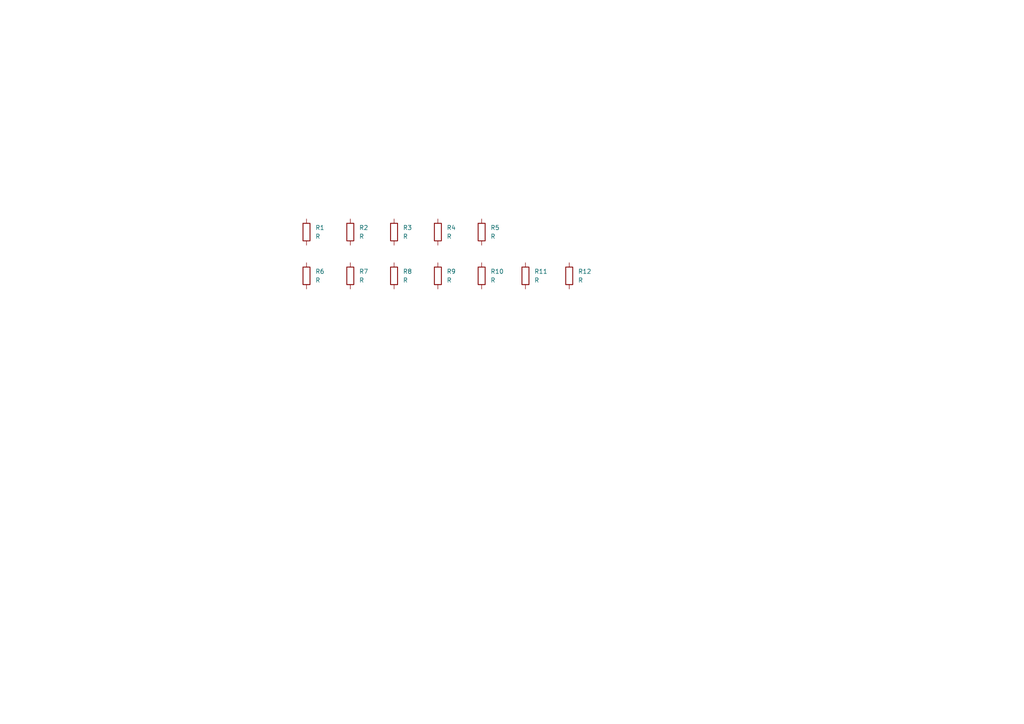
<source format=kicad_sch>
(kicad_sch (version 20231120) (generator "eeschema") (generator_version "8.0")
  (paper "A4")
  (lib_symbols
    (symbol "Device:R" (pin_numbers hide) (pin_names (offset 0))
      (property "Reference" "R" (at 2.032 0 90))
      (property "Value" "R" (at 0 0 90))
      (symbol "R_0_1"
        (rectangle (start -1.016 -2.54) (end 1.016 2.54) (stroke (width 0.254)))
      )
      (symbol "R_1_1"
        (pin passive line (at 0 3.81 270) (length 1.27) (name "~") (number "1"))
        (pin passive line (at 0 -3.81 90) (length 1.27) (name "~") (number "2"))
      )
    )
  )
  (symbol (lib_id "Device:R") (at 139.7 67.31 0) (unit 1)
    (property "Reference" "R5" (at 142.24 66.0399 0) (effects (justify left)))
    (property "Value" "R" (at 142.24 68.5799 0) (effects (justify left)))
    (property "Footprint" "Resistor_SMD:R_0805_2012Metric" (effects (hide yes)))
    (property "Description" "Resistor" (effects (hide yes)))
  )
  (symbol (lib_id "Device:R") (at 101.6 67.31 0) (unit 1)
    (property "Reference" "R2" (at 104.14 66.0399 0) (effects (justify left)))
    (property "Value" "R" (at 104.14 68.5799 0) (effects (justify left)))
    (property "Footprint" "Resistor_SMD:R_0805_2012Metric" (effects (hide yes)))
    (property "Description" "Resistor" (effects (hide yes)))
  )
  (symbol (lib_id "Device:R") (at 127 67.31 0) (unit 1)
    (property "Reference" "R4" (at 129.54 66.0399 0) (effects (justify left)))
    (property "Value" "R" (at 129.54 68.5799 0) (effects (justify left)))
    (property "Footprint" "Resistor_SMD:R_0805_2012Metric" (effects (hide yes)))
    (property "Description" "Resistor" (effects (hide yes)))
  )
  (symbol (lib_id "Device:R") (at 88.9 67.31 0) (unit 1)
    (property "Reference" "R1" (at 91.44 66.0399 0) (effects (justify left)))
    (property "Value" "R" (at 91.44 68.5799 0) (effects (justify left)))
    (property "Footprint" "Resistor_SMD:R_0805_2012Metric" (effects (hide yes)))
    (property "Description" "Resistor" (effects (hide yes)))
  )
  (symbol (lib_id "Device:R") (at 165.1 80.01 0) (unit 1)
    (property "Reference" "R12" (at 167.64 78.7399 0) (effects (justify left)))
    (property "Value" "R" (at 167.64 81.2799 0) (effects (justify left)))
    (property "Footprint" "Resistor_THT:R_Axial_DIN0204_L3.6mm_D1.6mm_P1.90mm_Vertical" (effects (hide yes)))
    (property "Description" "Resistor" (effects (hide yes)))
  )
  (symbol (lib_id "Device:R") (at 114.3 67.31 0) (unit 1)
    (property "Reference" "R3" (at 116.84 66.0399 0) (effects (justify left)))
    (property "Value" "R" (at 116.84 68.5799 0) (effects (justify left)))
    (property "Footprint" "Resistor_SMD:R_0805_2012Metric" (effects (hide yes)))
    (property "Description" "Resistor" (effects (hide yes)))
  )
  (symbol (lib_id "Device:R") (at 114.3 80.01 0) (unit 1)
    (property "Reference" "R8" (at 116.84 78.7399 0) (effects (justify left)))
    (property "Value" "R" (at 116.84 81.2799 0) (effects (justify left)))
    (property "Footprint" "Resistor_THT:R_Axial_DIN0204_L3.6mm_D1.6mm_P1.90mm_Vertical" (effects (hide yes)))
    (property "Description" "Resistor" (effects (hide yes)))
  )
  (symbol (lib_id "Device:R") (at 127 80.01 0) (unit 1)
    (property "Reference" "R9" (at 129.54 78.7399 0) (effects (justify left)))
    (property "Value" "R" (at 129.54 81.2799 0) (effects (justify left)))
    (property "Footprint" "Resistor_THT:R_Axial_DIN0204_L3.6mm_D1.6mm_P1.90mm_Vertical" (effects (hide yes)))
    (property "Description" "Resistor" (effects (hide yes)))
  )
  (symbol (lib_id "Device:R") (at 101.6 80.01 0) (unit 1)
    (property "Reference" "R7" (at 104.14 78.7399 0) (effects (justify left)))
    (property "Value" "R" (at 104.14 81.2799 0) (effects (justify left)))
    (property "Footprint" "Resistor_THT:R_Axial_DIN0204_L3.6mm_D1.6mm_P1.90mm_Vertical" (effects (hide yes)))
    (property "Description" "Resistor" (effects (hide yes)))
  )
  (symbol (lib_id "Device:R") (at 88.9 80.01 0) (unit 1)
    (property "Reference" "R6" (at 91.44 78.7399 0) (effects (justify left)))
    (property "Value" "R" (at 91.44 81.2799 0) (effects (justify left)))
    (property "Footprint" "Resistor_THT:R_Axial_DIN0204_L3.6mm_D1.6mm_P1.90mm_Vertical" (effects (hide yes)))
    (property "Description" "Resistor" (effects (hide yes)))
  )
  (symbol (lib_id "Device:R") (at 139.7 80.01 0) (unit 1)
    (property "Reference" "R10" (at 142.24 78.7399 0) (effects (justify left)))
    (property "Value" "R" (at 142.24 81.2799 0) (effects (justify left)))
    (property "Footprint" "Resistor_THT:R_Axial_DIN0204_L3.6mm_D1.6mm_P1.90mm_Vertical" (effects (hide yes)))
    (property "Description" "Resistor" (effects (hide yes)))
  )
  (symbol (lib_id "Device:R") (at 152.4 80.01 0) (unit 1)
    (property "Reference" "R11" (at 154.94 78.7399 0) (effects (justify left)))
    (property "Value" "R" (at 154.94 81.2799 0) (effects (justify left)))
    (property "Footprint" "Resistor_THT:R_Axial_DIN0204_L3.6mm_D1.6mm_P1.90mm_Vertical" (effects (hide yes)))
    (property "Description" "Resistor" (effects (hide yes)))
  )
)
</source>
